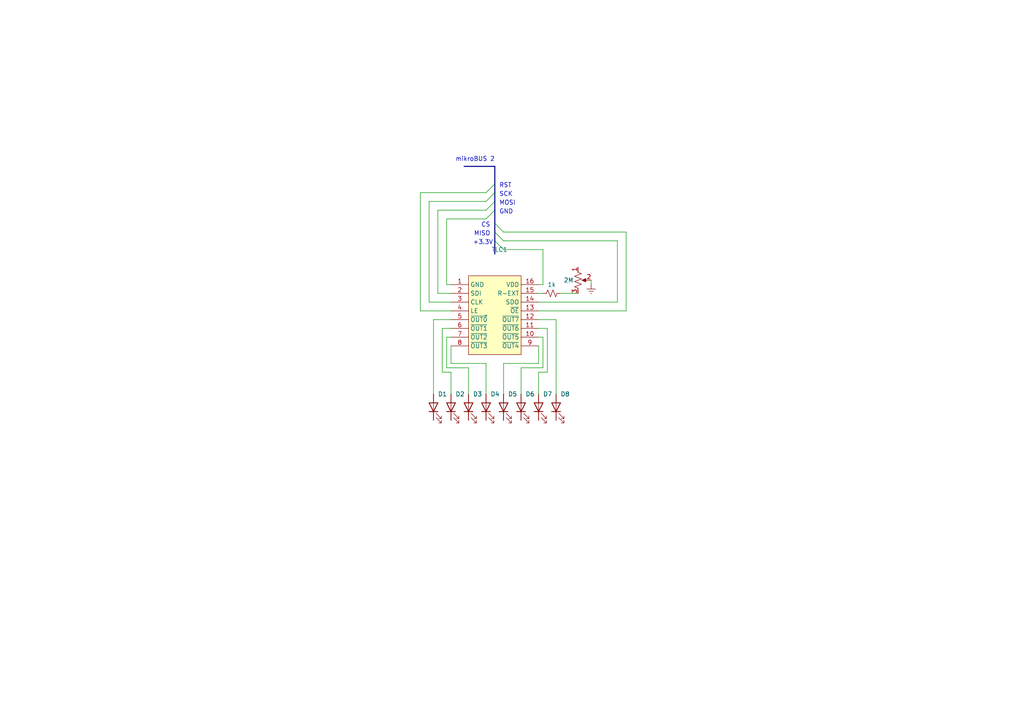
<source format=kicad_sch>
(kicad_sch (version 20230121) (generator eeschema)
  (paper "A4")
  (lib_symbols
    (symbol "Device:LED" (pin_numbers hide) (pin_names (offset 1.016) hide)
      (property "Reference" "D" (at 0 2.54 0))
      (property "Value" "LED" (at 0 -2.54 0))
      (symbol "LED_0_1"
        (polyline (pts (xy -1.27 -1.27) (xy -1.27 1.27)) (stroke (width 0.254)))
        (polyline (pts (xy -1.27 0) (xy 1.27 0)))
        (polyline (pts (xy 1.27 -1.27) (xy 1.27 1.27) (xy -1.27 0) (xy 1.27 -1.27)) (stroke (width 0.254)))
        (polyline (pts (xy -3.048 -0.762) (xy -4.572 -2.286) (xy -3.81 -2.286) (xy -4.572 -2.286) (xy -4.572 -1.524)))
        (polyline (pts (xy -1.778 -0.762) (xy -3.302 -2.286) (xy -2.54 -2.286) (xy -3.302 -2.286) (xy -3.302 -1.524)))
      )
      (symbol "LED_1_1"
        (pin passive line (at -3.81 0 0) (length 2.54) (name "K") (number "1"))
        (pin passive line (at 3.81 0 180) (length 2.54) (name "A") (number "2"))
      )
    )
    (symbol "Device:R_Potentiometer_US" (pin_names (offset 1.016) hide)
      (property "Reference" "RV" (at -4.445 0 90))
      (property "Value" "R_Potentiometer_US" (at -2.54 0 90))
      (symbol "R_Potentiometer_US_0_1"
        (polyline (pts (xy 0 -2.286) (xy 0 -2.54)))
        (polyline (pts (xy 0 2.54) (xy 0 2.286)))
        (polyline (pts (xy 2.54 0) (xy 1.524 0)))
        (polyline (pts (xy 1.143 0) (xy 2.286 0.508) (xy 2.286 -0.508) (xy 1.143 0)) (fill (type outline)))
        (polyline (pts (xy 0 -0.762) (xy 1.016 -1.143) (xy 0 -1.524) (xy -1.016 -1.905) (xy 0 -2.286)))
        (polyline (pts (xy 0 0.762) (xy 1.016 0.381) (xy 0 0) (xy -1.016 -0.381) (xy 0 -0.762)))
        (polyline (pts (xy 0 2.286) (xy 1.016 1.905) (xy 0 1.524) (xy -1.016 1.143) (xy 0 0.762)))
      )
      (symbol "R_Potentiometer_US_1_1"
        (pin passive line (at 0 3.81 270) (length 1.27) (name "1") (number "1"))
        (pin passive line (at 3.81 0 180) (length 1.27) (name "2") (number "2"))
        (pin passive line (at 0 -3.81 90) (length 1.27) (name "3") (number "3"))
      )
    )
    (symbol "Device:R_Small_US" (pin_numbers hide) (pin_names (offset 0.254) hide)
      (property "Reference" "R" (at 0.762 0.508 0))
      (property "Value" "R_Small_US" (at 0.762 -1.016 0))
      (symbol "R_Small_US_1_1"
        (polyline (pts (xy 0 0) (xy 1.016 -0.381) (xy 0 -0.762) (xy -1.016 -1.143) (xy 0 -1.524)))
        (polyline (pts (xy 0 1.524) (xy 1.016 1.143) (xy 0 0.762) (xy -1.016 0.381) (xy 0 0)))
        (pin passive line (at 0 2.54 270) (length 1.016) (name "~") (number "1"))
        (pin passive line (at 0 -2.54 90) (length 1.016) (name "~") (number "2"))
      )
    )
    (symbol "TLC5916_1"
      (property "Reference" "TLC5916" (at 0 12.7 0))
      (symbol "TLC5916_1_0_0"
        (text "" (at -1.27 17.78 0) (effects (font (size 1.27 1.27))))
        (text "" (at 0 17.78 0) (effects (font (size 1.27 1.27))))
        (text "" (at 2.54 13.97 0) (effects (font (size 1.27 1.27))))
        (text "" (at 3.81 13.97 0) (effects (font (size 1.27 1.27))))
        (text "" (at 10.16 16.51 0) (effects (font (size 1.27 1.27))))
      )
      (symbol "TLC5916_1_0_1"
        (rectangle (start -7.62 11.43) (end 7.62 -11.43) (fill (type background)))
      )
      (symbol "TLC5916_1_1_1"
        (pin power_in line (at -12.7 8.89 0) (length 5.08) (name "GND") (number "1"))
        (pin output line (at 12.7 -6.35 180) (length 5.08) (name "~{OUT5}") (number "10"))
        (pin output line (at 12.7 -3.81 180) (length 5.08) (name "~{OUT6}") (number "11"))
        (pin output line (at 12.7 -1.27 180) (length 5.08) (name "~{OUT7}") (number "12"))
        (pin output line (at 12.7 1.27 180) (length 5.08) (name "~{OE}") (number "13"))
        (pin output line (at 12.7 3.81 180) (length 5.08) (name "SDO") (number "14"))
        (pin input line (at 12.7 6.35 180) (length 5.08) (name "R-EXT") (number "15"))
        (pin power_in line (at 12.7 8.89 180) (length 5.08) (name "VDD") (number "16"))
        (pin input line (at -12.7 6.35 0) (length 5.08) (name "SDI") (number "2"))
        (pin input line (at -12.7 3.81 0) (length 5.08) (name "CLK") (number "3"))
        (pin input line (at -12.7 1.27 0) (length 5.08) (name "LE") (number "4"))
        (pin output line (at -12.7 -1.27 0) (length 5.08) (name "~{OUT0}") (number "5"))
        (pin output line (at -12.7 -3.81 0) (length 5.08) (name "~{OUT1}") (number "6"))
        (pin output line (at -12.7 -6.35 0) (length 5.08) (name "~{OUT2}") (number "7"))
        (pin output line (at -12.7 -8.89 0) (length 5.08) (name "~{OUT3}") (number "8"))
        (pin output line (at 12.7 -8.89 180) (length 5.08) (name "~{OUT4}") (number "9"))
      )
    )
    (symbol "power:Earth" (power) (pin_names (offset 0))
      (symbol "Earth_0_1"
        (polyline (pts (xy -0.635 -1.905) (xy 0.635 -1.905)))
        (polyline (pts (xy -0.127 -2.54) (xy 0.127 -2.54)))
        (polyline (pts (xy 0 -1.27) (xy 0 0)))
        (polyline (pts (xy 1.27 -1.27) (xy -1.27 -1.27)))
      )
      (symbol "Earth_1_1"
        (pin power_in line (at 0 0 270) (length 0) hide (name "Earth") (number "1"))
      )
    )
  )
  (bus_entry (at 143.51 60.96) (size -2.54 2.54))
  (bus_entry (at 143.51 69.85) (size 2.54 2.54))
  (bus_entry (at 143.51 64.77) (size 2.54 2.54))
  (bus_entry (at 140.97 55.88) (size 2.54 -2.54))
  (bus_entry (at 140.97 60.96) (size 2.54 -2.54))
  (bus_entry (at 140.97 58.42) (size 2.54 -2.54))
  (bus_entry (at 143.51 67.31) (size 2.54 2.54))
  (wire (pts (xy 121.92 55.88) (xy 140.97 55.88)))
  (wire (pts (xy 156.21 107.95) (xy 156.21 114.3)))
  (wire (pts (xy 130.81 82.55) (xy 129.54 82.55)))
  (wire (pts (xy 129.54 63.5) (xy 140.97 63.5)))
  (wire (pts (xy 156.21 87.63) (xy 179.07 87.63)))
  (wire (pts (xy 146.05 105.41) (xy 146.05 114.3)))
  (bus (pts (xy 143.51 67.31) (xy 143.51 69.85)))
  (wire (pts (xy 146.05 72.39) (xy 157.48 72.39)))
  (wire (pts (xy 124.46 87.63) (xy 124.46 58.42)))
  (wire (pts (xy 130.81 100.33) (xy 130.81 105.41)))
  (wire (pts (xy 158.75 95.25) (xy 158.75 107.95)))
  (wire (pts (xy 161.29 92.71) (xy 161.29 114.3)))
  (wire (pts (xy 156.21 97.79) (xy 157.48 97.79)))
  (wire (pts (xy 129.54 106.68) (xy 135.89 106.68)))
  (wire (pts (xy 156.21 85.09) (xy 157.48 85.09)))
  (wire (pts (xy 128.27 95.25) (xy 128.27 107.95)))
  (wire (pts (xy 156.21 90.17) (xy 181.61 90.17)))
  (wire (pts (xy 156.21 105.41) (xy 146.05 105.41)))
  (bus (pts (xy 143.51 53.34) (xy 143.51 48.26)))
  (wire (pts (xy 146.05 69.85) (xy 179.07 69.85)))
  (wire (pts (xy 157.48 72.39) (xy 157.48 82.55)))
  (wire (pts (xy 156.21 95.25) (xy 158.75 95.25)))
  (wire (pts (xy 151.13 106.68) (xy 151.13 114.3)))
  (wire (pts (xy 130.81 92.71) (xy 125.73 92.71)))
  (wire (pts (xy 130.81 85.09) (xy 127 85.09)))
  (wire (pts (xy 158.75 107.95) (xy 156.21 107.95)))
  (bus (pts (xy 143.51 55.88) (xy 143.51 53.34)))
  (bus (pts (xy 143.51 60.96) (xy 143.51 58.42)))
  (wire (pts (xy 181.61 90.17) (xy 181.61 67.31)))
  (wire (pts (xy 130.81 105.41) (xy 140.97 105.41)))
  (bus (pts (xy 143.51 67.31) (xy 143.51 64.77)))
  (wire (pts (xy 127 85.09) (xy 127 60.96)))
  (wire (pts (xy 130.81 87.63) (xy 124.46 87.63)))
  (wire (pts (xy 181.61 67.31) (xy 146.05 67.31)))
  (wire (pts (xy 156.21 92.71) (xy 161.29 92.71)))
  (wire (pts (xy 128.27 107.95) (xy 130.81 107.95)))
  (wire (pts (xy 130.81 95.25) (xy 128.27 95.25)))
  (wire (pts (xy 157.48 106.68) (xy 151.13 106.68)))
  (wire (pts (xy 156.21 100.33) (xy 156.21 105.41)))
  (bus (pts (xy 143.51 64.77) (xy 143.51 60.96)))
  (wire (pts (xy 125.73 92.71) (xy 125.73 114.3)))
  (wire (pts (xy 140.97 105.41) (xy 140.97 114.3)))
  (wire (pts (xy 162.56 85.09) (xy 167.64 85.09)))
  (wire (pts (xy 127 60.96) (xy 140.97 60.96)))
  (wire (pts (xy 171.45 82.55) (xy 171.45 81.28)))
  (wire (pts (xy 130.81 97.79) (xy 129.54 97.79)))
  (wire (pts (xy 129.54 82.55) (xy 129.54 63.5)))
  (wire (pts (xy 135.89 106.68) (xy 135.89 114.3)))
  (wire (pts (xy 121.92 90.17) (xy 121.92 55.88)))
  (wire (pts (xy 157.48 82.55) (xy 156.21 82.55)))
  (wire (pts (xy 130.81 107.95) (xy 130.81 114.3)))
  (bus (pts (xy 134.62 48.26) (xy 143.51 48.26)))
  (wire (pts (xy 179.07 69.85) (xy 179.07 87.63)))
  (bus (pts (xy 143.51 69.85) (xy 143.51 73.66)))
  (wire (pts (xy 157.48 97.79) (xy 157.48 106.68)))
  (wire (pts (xy 124.46 58.42) (xy 140.97 58.42)))
  (wire (pts (xy 129.54 97.79) (xy 129.54 106.68)))
  (wire (pts (xy 130.81 90.17) (xy 121.92 90.17)))
  (bus (pts (xy 143.51 58.42) (xy 143.51 55.88)))
  (text "+3.3V" (at 137.16 71.12 0) (effects (font (size 1.27 1.27)) (justify left bottom)))
  (text "SCK" (at 144.78 57.15 0) (effects (font (size 1.27 1.27)) (justify left bottom)))
  (text "RST" (at 144.78 54.61 0) (effects (font (size 1.27 1.27)) (justify left bottom)))
  (text "GND" (at 144.78 62.23 0) (effects (font (size 1.27 1.27)) (justify left bottom)))
  (text "CS" (at 142.24 66.04 0) (effects (font (size 1.27 1.27)) (justify right bottom)))
  (text "MOSI" (at 144.78 59.69 0) (effects (font (size 1.27 1.27)) (justify left bottom)))
  (text "mikroBUS 2" (at 132.08 46.99 0) (effects (font (size 1.27 1.27)) (justify left bottom)))
  (text "MISO" (at 142.24 68.58 0) (effects (font (size 1.27 1.27)) (justify right bottom)))
  (symbol (lib_id "Device:R_Potentiometer_US") (at 167.64 81.28 0) (unit 1)
    (property "Reference" "2M" (at 166.37 81.28 0) (effects (justify right)))
    (property "Value" "R_Potentiometer_US" (effects hide))
  )
  (symbol (lib_id "Device:LED") (at 156.21 118.11 90) (unit 1)
    (property "Reference" "D7" (at 157.48 114.3 90) (effects (justify right)))
    (property "Value" "LED" (effects hide))
  )
  (symbol (lib_id "Device:R_Small_US") (at 160.02 85.09 90) (unit 1)
    (property "Reference" "R1" (effects hide))
    (property "Value" "1k" (at 160.02 82.55 90))
  )
  (symbol (lib_id "power:Earth") (at 171.45 82.55 0) (unit 1)
    (property "Reference" "#PWR03" (effects hide))
    (property "Value" "Earth" (effects hide))
  )
  (symbol (lib_id "Device:LED") (at 140.97 118.11 90) (unit 1)
    (property "Reference" "D4" (at 142.24 114.3 90) (effects (justify right)))
    (property "Value" "LED" (effects hide))
  )
  (symbol (lib_id "Device:LED") (at 146.05 118.11 90) (unit 1)
    (property "Reference" "D5" (at 147.32 114.3 90) (effects (justify right)))
    (property "Value" "LED" (effects hide))
  )
  (symbol (lib_id "Device:LED") (at 151.13 118.11 90) (unit 1)
    (property "Reference" "D6" (at 152.4 114.3 90) (effects (justify right)))
    (property "Value" "LED" (effects hide))
  )
  (symbol (lib_id "Device:LED") (at 130.81 118.11 90) (unit 1)
    (property "Reference" "D2" (at 132.08 114.3 90) (effects (justify right)))
    (property "Value" "LED" (effects hide))
  )
  (symbol (lib_id "Device:LED") (at 125.73 118.11 90) (unit 1)
    (property "Reference" "D1" (at 127 114.3 90) (effects (justify right)))
    (property "Value" "LED" (effects hide))
  )
  (symbol (lib_id "Device:LED") (at 161.29 118.11 90) (unit 1)
    (property "Reference" "D8" (at 162.56 114.3 90) (effects (justify right)))
    (property "Value" "LED" (effects hide))
  )
  (symbol (lib_name "TLC5916_1") (lib_id "jk-kicad-lib:TLC5916") (at 143.51 91.44 0) (unit 1)
    (property "Reference" "TLC1" (at 144.8792 72.39 0))
    (property "Value" "~" (at 140.97 91.44 0))
  )
  (symbol (lib_id "Device:LED") (at 135.89 118.11 90) (unit 1)
    (property "Reference" "D3" (at 137.16 114.3 90) (effects (justify right)))
    (property "Value" "LED" (effects hide))
  )
)
</source>
